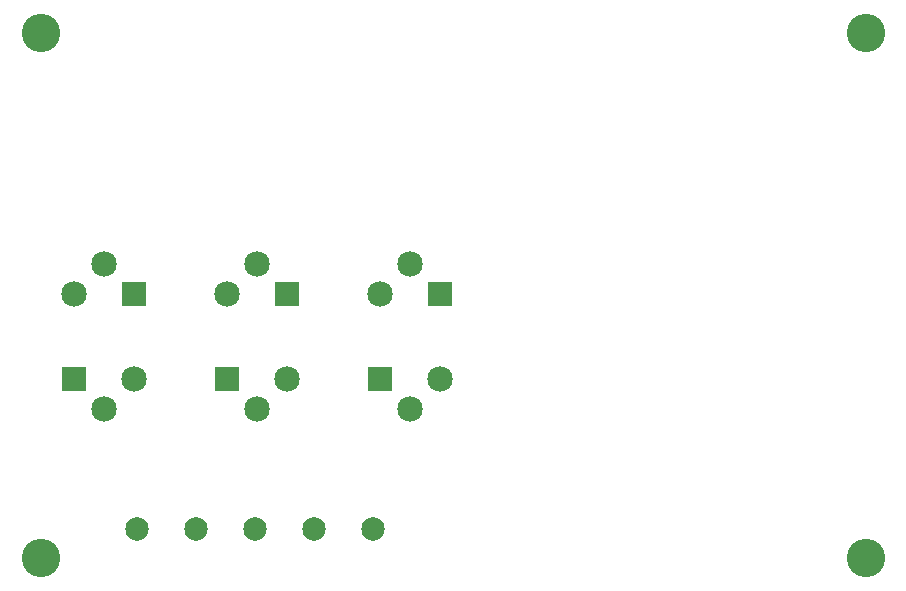
<source format=gbs>
G04 (created by PCBNEW-RS274X (2012-01-19 BZR 3256)-stable) date 11/6/2012 2:02:59 AM*
G01*
G70*
G90*
%MOIN*%
G04 Gerber Fmt 3.4, Leading zero omitted, Abs format*
%FSLAX34Y34*%
G04 APERTURE LIST*
%ADD10C,0.008000*%
%ADD11R,0.080000X0.080000*%
%ADD12C,0.085000*%
%ADD13C,0.078500*%
%ADD14C,0.128000*%
G04 APERTURE END LIST*
G54D10*
G54D11*
X44450Y-38950D03*
G54D12*
X43450Y-37950D03*
X42450Y-38950D03*
G54D11*
X37350Y-41800D03*
G54D12*
X38350Y-42800D03*
X39350Y-41800D03*
G54D11*
X39350Y-38950D03*
G54D12*
X38350Y-37950D03*
X37350Y-38950D03*
G54D11*
X42450Y-41800D03*
G54D12*
X43450Y-42800D03*
X44450Y-41800D03*
G54D11*
X49550Y-38950D03*
G54D12*
X48550Y-37950D03*
X47550Y-38950D03*
G54D11*
X47550Y-41800D03*
G54D12*
X48550Y-42800D03*
X49550Y-41800D03*
G54D13*
X39463Y-46800D03*
X41431Y-46800D03*
X43400Y-46800D03*
X45369Y-46800D03*
X47337Y-46800D03*
G54D14*
X36250Y-30250D03*
X36250Y-47750D03*
X63750Y-47750D03*
X63750Y-30250D03*
M02*

</source>
